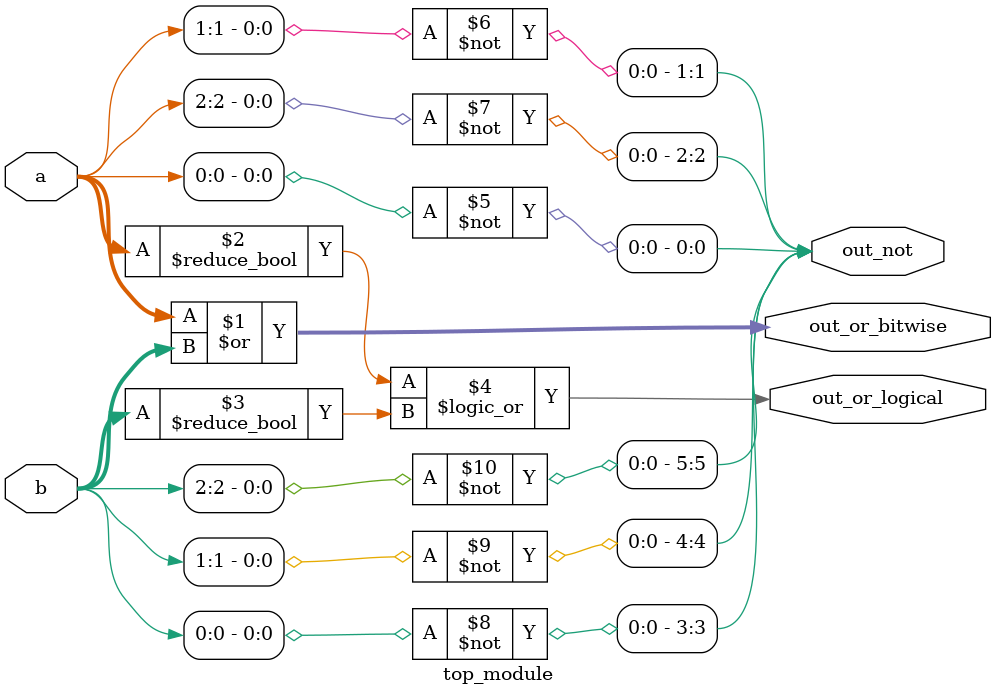
<source format=sv>
module top_module(
	input [2:0] a, 
	input [2:0] b, 
	output [2:0] out_or_bitwise,
	output out_or_logical,
	output [5:0] out_not
);

	assign out_or_bitwise = a | b;
	assign out_or_logical = (a != 3'b0) || (b != 3'b0);
	assign out_not = {~b[2], ~b[1], ~b[0], ~a[2], ~a[1], ~a[0]};

endmodule

</source>
